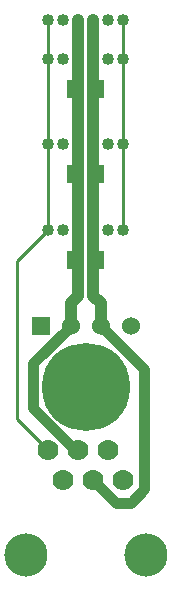
<source format=gbr>
G04 start of page 2 for group 0 idx 0 *
G04 Title: (unknown), component *
G04 Creator: pcb 20110918 *
G04 CreationDate: Sun 03 Feb 2013 01:00:49 AM GMT UTC *
G04 For: petersen *
G04 Format: Gerber/RS-274X *
G04 PCB-Dimensions: 63000 200000 *
G04 PCB-Coordinate-Origin: lower left *
%MOIN*%
%FSLAX25Y25*%
%LNTOP*%
%ADD23C,0.1280*%
%ADD22C,0.0380*%
%ADD21C,0.1285*%
%ADD20C,0.0240*%
%ADD19R,0.0512X0.0512*%
%ADD18C,0.1440*%
%ADD17C,0.0600*%
%ADD16C,0.0001*%
%ADD15C,0.2937*%
%ADD14C,0.0700*%
%ADD13C,0.0350*%
%ADD12C,0.0100*%
%ADD11C,0.0400*%
G54D11*X34000Y98000D02*X36500Y95500D01*
Y88000D01*
X29000Y98000D02*X26500Y95500D01*
Y88000D01*
X34000Y190000D02*Y98000D01*
X29000Y190000D02*Y98000D01*
G54D12*X19000Y190000D02*Y120000D01*
X44000Y190000D02*Y120000D01*
G54D13*X14000Y60500D02*Y75500D01*
G54D12*X19000Y46500D02*X8500Y57000D01*
Y109500D01*
X19000Y120000D01*
G54D13*X14000Y75500D02*X26500Y88000D01*
X28000Y46500D02*X14000Y60500D01*
X36500Y88000D02*X51000Y73500D01*
Y33500D01*
X46500Y29000D01*
X41500D01*
X34000Y36500D01*
X29000Y46500D02*X28000D01*
G54D11*X24000Y190000D03*
D03*
X29000D03*
D03*
X34000D03*
X19000D03*
X34000D03*
X39000D03*
D03*
X44000D03*
G54D14*X19000Y46500D03*
X24000Y36500D03*
X29000Y46500D03*
X34000Y36500D03*
X39000Y46500D03*
X44000Y36500D03*
G54D15*X31500Y67500D03*
G54D16*G36*
X13500Y91000D02*Y85000D01*
X19500D01*
Y91000D01*
X13500D01*
G37*
G54D17*X26500Y88000D03*
X36500D03*
X46500D03*
G54D18*X11500Y11500D03*
X51500D03*
G54D11*X24000Y120000D03*
X29000D03*
X24000D03*
X29000D03*
X19000D03*
X34000D03*
X39000D03*
X34000D03*
X39000D03*
X44000D03*
X24000Y148500D03*
X29000D03*
X24000D03*
X29000D03*
X19000D03*
X34000D03*
X39000D03*
X34000D03*
X39000D03*
X44000D03*
X34000Y177000D03*
D03*
X39000D03*
D03*
X19000D03*
X24000D03*
X29000D03*
X24000D03*
X29000D03*
X44000D03*
G54D19*X27957Y167393D02*Y166607D01*
X35043Y167393D02*Y166607D01*
X27957Y138893D02*Y138107D01*
X35043Y138893D02*Y138107D01*
X27957Y110393D02*Y109607D01*
X35043Y110393D02*Y109607D01*
G54D20*G54D13*G54D21*G54D22*G54D23*G54D20*M02*

</source>
